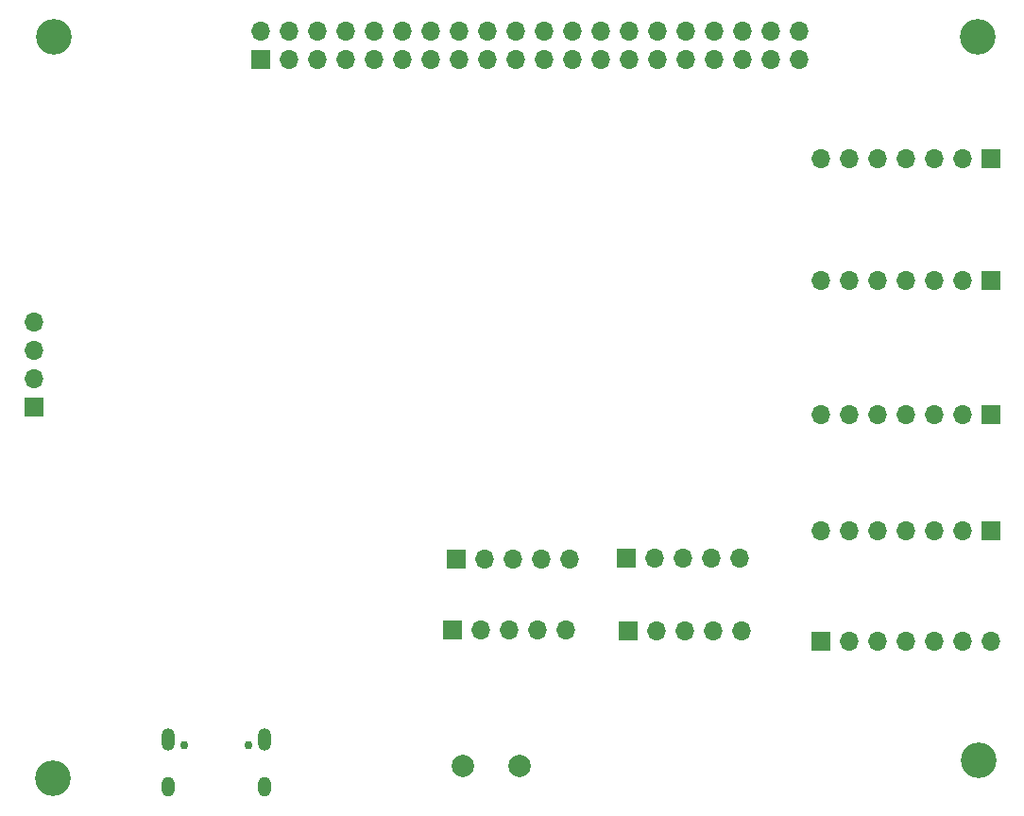
<source format=gbs>
G04 #@! TF.GenerationSoftware,KiCad,Pcbnew,(6.0.5)*
G04 #@! TF.CreationDate,2025-09-09T17:56:06-06:00*
G04 #@! TF.ProjectId,tarjeta_pump_it_up,7461726a-6574-4615-9f70-756d705f6974,rev?*
G04 #@! TF.SameCoordinates,Original*
G04 #@! TF.FileFunction,Soldermask,Bot*
G04 #@! TF.FilePolarity,Negative*
%FSLAX46Y46*%
G04 Gerber Fmt 4.6, Leading zero omitted, Abs format (unit mm)*
G04 Created by KiCad (PCBNEW (6.0.5)) date 2025-09-09 17:56:06*
%MOMM*%
%LPD*%
G01*
G04 APERTURE LIST*
%ADD10C,3.200000*%
%ADD11R,1.700000X1.700000*%
%ADD12O,1.700000X1.700000*%
%ADD13C,2.000000*%
%ADD14C,0.750000*%
%ADD15O,1.200000X2.000000*%
%ADD16O,1.200000X1.800000*%
G04 APERTURE END LIST*
D10*
X171910000Y-74070000D03*
D11*
X173070000Y-84950000D03*
D12*
X170530000Y-84950000D03*
X167990000Y-84950000D03*
X165450000Y-84950000D03*
X162910000Y-84950000D03*
X160370000Y-84950000D03*
X157830000Y-84950000D03*
D11*
X157820000Y-128210000D03*
D12*
X160360000Y-128210000D03*
X162900000Y-128210000D03*
X165440000Y-128210000D03*
X167980000Y-128210000D03*
X170520000Y-128210000D03*
X173060000Y-128210000D03*
D11*
X173070000Y-118380000D03*
D12*
X170530000Y-118380000D03*
X167990000Y-118380000D03*
X165450000Y-118380000D03*
X162910000Y-118380000D03*
X160370000Y-118380000D03*
X157830000Y-118380000D03*
D10*
X89120000Y-74070000D03*
D11*
X87310000Y-107290000D03*
D12*
X87310000Y-104750000D03*
X87310000Y-102210000D03*
X87310000Y-99670000D03*
D10*
X88980000Y-140520000D03*
D11*
X140410000Y-120790000D03*
D12*
X142950000Y-120790000D03*
X145490000Y-120790000D03*
X148030000Y-120790000D03*
X150570000Y-120790000D03*
D11*
X140585000Y-127340000D03*
D12*
X143125000Y-127340000D03*
X145665000Y-127340000D03*
X148205000Y-127340000D03*
X150745000Y-127340000D03*
D13*
X125790000Y-139440000D03*
X130870000Y-139440000D03*
D11*
X124850000Y-127260000D03*
D12*
X127390000Y-127260000D03*
X129930000Y-127260000D03*
X132470000Y-127260000D03*
X135010000Y-127260000D03*
D11*
X173070000Y-95930000D03*
D12*
X170530000Y-95930000D03*
X167990000Y-95930000D03*
X165450000Y-95930000D03*
X162910000Y-95930000D03*
X160370000Y-95930000D03*
X157830000Y-95930000D03*
D10*
X171980000Y-138910000D03*
D11*
X125180000Y-120880000D03*
D12*
X127720000Y-120880000D03*
X130260000Y-120880000D03*
X132800000Y-120880000D03*
X135340000Y-120880000D03*
D11*
X173070000Y-107900000D03*
D12*
X170530000Y-107900000D03*
X167990000Y-107900000D03*
X165450000Y-107900000D03*
X162910000Y-107900000D03*
X160370000Y-107900000D03*
X157830000Y-107900000D03*
D11*
X107625000Y-76075000D03*
D12*
X107625000Y-73535000D03*
X110165000Y-76075000D03*
X110165000Y-73535000D03*
X112705000Y-76075000D03*
X112705000Y-73535000D03*
X115245000Y-76075000D03*
X115245000Y-73535000D03*
X117785000Y-76075000D03*
X117785000Y-73535000D03*
X120325000Y-76075000D03*
X120325000Y-73535000D03*
X122865000Y-76075000D03*
X122865000Y-73535000D03*
X125405000Y-76075000D03*
X125405000Y-73535000D03*
X127945000Y-76075000D03*
X127945000Y-73535000D03*
X130485000Y-76075000D03*
X130485000Y-73535000D03*
X133025000Y-76075000D03*
X133025000Y-73535000D03*
X135565000Y-76075000D03*
X135565000Y-73535000D03*
X138105000Y-76075000D03*
X138105000Y-73535000D03*
X140645000Y-76075000D03*
X140645000Y-73535000D03*
X143185000Y-76075000D03*
X143185000Y-73535000D03*
X145725000Y-76075000D03*
X145725000Y-73535000D03*
X148265000Y-76075000D03*
X148265000Y-73535000D03*
X150805000Y-76075000D03*
X150805000Y-73535000D03*
X153345000Y-76075000D03*
X153345000Y-73535000D03*
X155885000Y-76075000D03*
X155885000Y-73535000D03*
D14*
X106570000Y-137587500D03*
X100770000Y-137587500D03*
D15*
X99340000Y-137087500D03*
X108000000Y-137087500D03*
D16*
X108000000Y-141267500D03*
X99340000Y-141267500D03*
M02*

</source>
